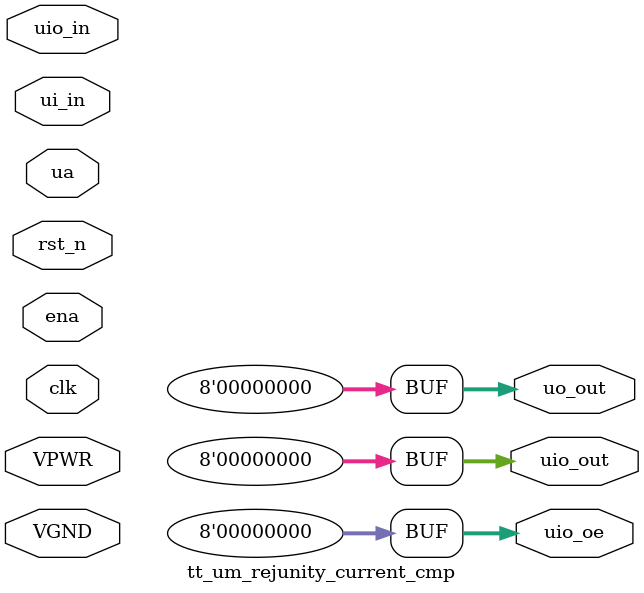
<source format=v>
module tt_um_rejunity_current_cmp(	// file.cleaned.mlir:2:3
  input        VGND,	// file.cleaned.mlir:2:44
               VPWR,	// file.cleaned.mlir:2:59
  input  [7:0] ui_in,	// file.cleaned.mlir:2:74
               uio_in,	// file.cleaned.mlir:2:90
  inout  [7:0] ua,	// file.cleaned.mlir:2:110
  input        ena,	// file.cleaned.mlir:2:123
               clk,	// file.cleaned.mlir:2:137
               rst_n,	// file.cleaned.mlir:2:151
  output [7:0] uo_out,	// file.cleaned.mlir:2:168
               uio_out,	// file.cleaned.mlir:2:185
               uio_oe	// file.cleaned.mlir:2:203
);

  assign uo_out = 8'h0;	// file.cleaned.mlir:3:14, :4:5
  assign uio_out = 8'h0;	// file.cleaned.mlir:3:14, :4:5
  assign uio_oe = 8'h0;	// file.cleaned.mlir:3:14, :4:5
endmodule


</source>
